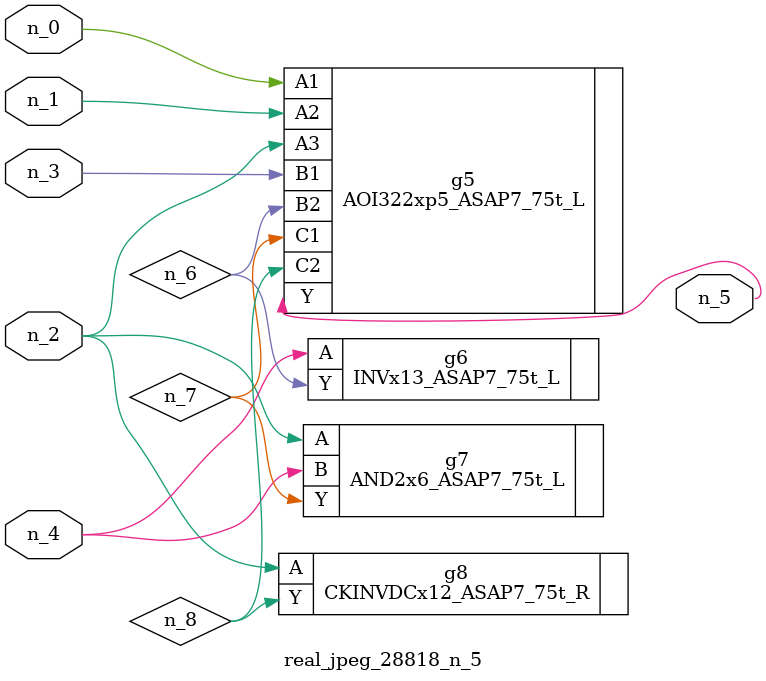
<source format=v>
module real_jpeg_28818_n_5 (n_4, n_0, n_1, n_2, n_3, n_5);

input n_4;
input n_0;
input n_1;
input n_2;
input n_3;

output n_5;

wire n_8;
wire n_6;
wire n_7;

AOI322xp5_ASAP7_75t_L g5 ( 
.A1(n_0),
.A2(n_1),
.A3(n_2),
.B1(n_3),
.B2(n_6),
.C1(n_7),
.C2(n_8),
.Y(n_5)
);

AND2x6_ASAP7_75t_L g7 ( 
.A(n_2),
.B(n_4),
.Y(n_7)
);

CKINVDCx12_ASAP7_75t_R g8 ( 
.A(n_2),
.Y(n_8)
);

INVx13_ASAP7_75t_L g6 ( 
.A(n_4),
.Y(n_6)
);


endmodule
</source>
